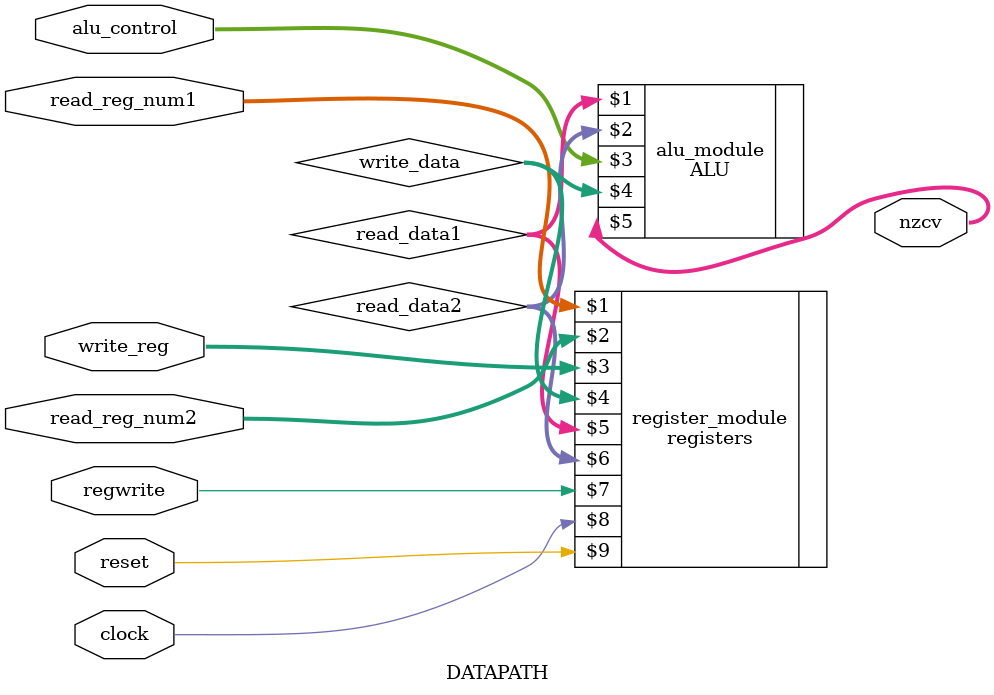
<source format=v>
`include "register.v"
`include "ALU.v"
module DATAPATH(
    input [4:0]read_reg_num1,
    input [4:0]read_reg_num2,
    input [4:0]write_reg,
    input [3:0]alu_control,
    input regwrite,
    input clock,
    input reset,
    output [3:0] nzcv
);

    // Declaring internal wires that carry data
    wire [31:0]read_data1;
    wire [31:0]read_data2;
    wire [31:0]write_data;

    // Instantiating the register file
    registers register_module(
    read_reg_num1,
    read_reg_num2,
    write_reg,
    write_data,
    read_data1,
    read_data2,
    regwrite,
    clock,
    reset
    );

    // Instanting ALU
    ALU alu_module(read_data1, read_data2, alu_control, write_data,nzcv);
	 
endmodule
</source>
